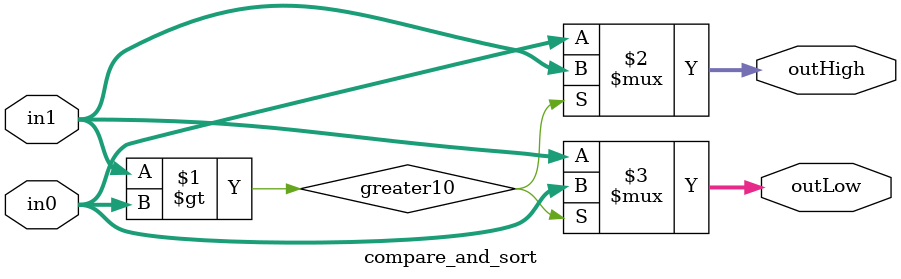
<source format=v>
module compare_and_sort(outHigh, outLow, in1, in0);

  parameter WID = 32;
  input [WID - 1:0] in1, in0;
  output[WID - 1:0] outHigh, outLow;
  wire greater10;
  assign greater10 = in1 > in0;
  assign outHigh = (greater10) ? (in1) : (in0);
  assign outLow = (greater10) ? (in0) : (in1);

endmodule

</source>
